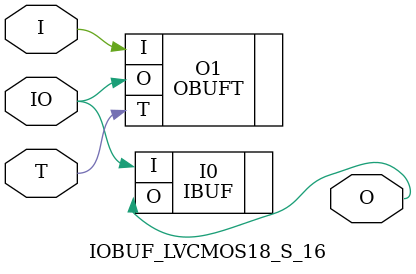
<source format=v>


`timescale  1 ps / 1 ps


module IOBUF_LVCMOS18_S_16 (O, IO, I, T);

    output O;

    inout  IO;

    input  I, T;

        OBUFT #(.IOSTANDARD("LVCMOS18"), .SLEW("SLOW"), .DRIVE(16)) O1 (.O(IO), .I(I), .T(T)); 
	IBUF #(.IOSTANDARD("LVCMOS18"))  I0 (.O(O), .I(IO));
        

endmodule



</source>
